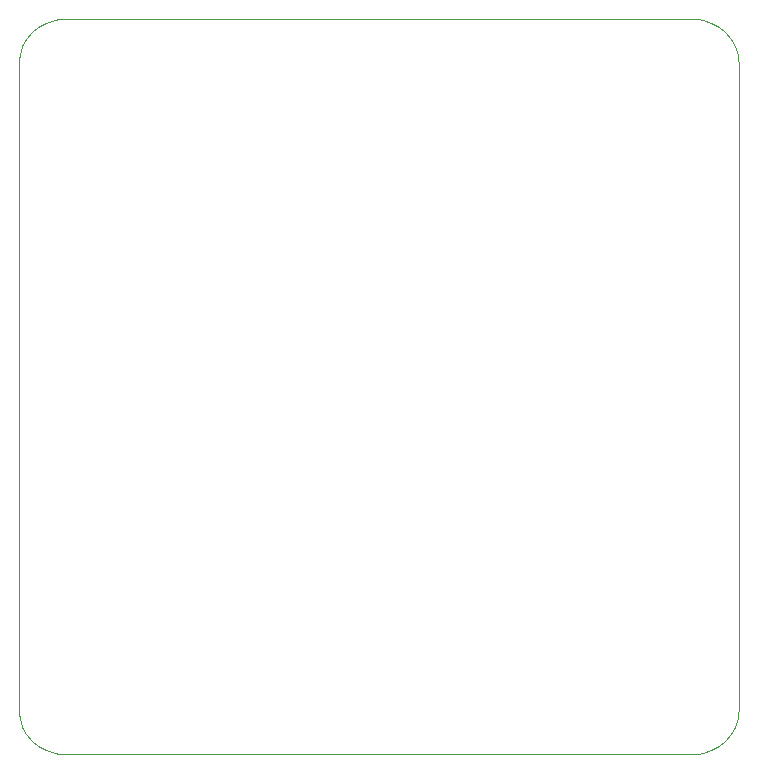
<source format=gbr>
G04 PROTEUS GERBER X2 FILE*
%TF.GenerationSoftware,Labcenter,Proteus,8.16-SP3-Build36097*%
%TF.CreationDate,2025-03-15T21:07:40+00:00*%
%TF.FileFunction,NonPlated,1,2,NPTH*%
%TF.FilePolarity,Positive*%
%TF.Part,Single*%
%TF.SameCoordinates,{0eda3102-f78e-4ef4-8f68-bee456db5da4}*%
%FSLAX45Y45*%
%MOMM*%
G01*
%TA.AperFunction,Profile*%
%ADD21C,0.101600*%
%TD.AperFunction*%
D21*
X+43000Y-5865000D02*
X+43000Y-404000D01*
X+424000Y-6246000D02*
X+5758000Y-6246000D01*
X+6139000Y-5865000D02*
X+6139000Y-404000D01*
X+424000Y-23000D02*
X+5758000Y-23000D01*
X+43000Y-404000D02*
X+44967Y-365050D01*
X+50742Y-327225D01*
X+72945Y-255711D01*
X+108077Y-190994D01*
X+154604Y-134604D01*
X+210993Y-88077D01*
X+275711Y-52945D01*
X+347224Y-30742D01*
X+385050Y-24967D01*
X+424000Y-23000D01*
X+5758000Y-23000D02*
X+5796950Y-24967D01*
X+5834776Y-30742D01*
X+5906289Y-52945D01*
X+5971007Y-88077D01*
X+6027396Y-134604D01*
X+6073923Y-190994D01*
X+6109055Y-255711D01*
X+6131258Y-327225D01*
X+6137033Y-365050D01*
X+6139000Y-404000D01*
X+5758000Y-6246000D02*
X+5796950Y-6244033D01*
X+5834776Y-6238258D01*
X+5906289Y-6216055D01*
X+5971007Y-6180923D01*
X+6027396Y-6134396D01*
X+6073923Y-6078006D01*
X+6109055Y-6013289D01*
X+6131258Y-5941775D01*
X+6137033Y-5903950D01*
X+6139000Y-5865000D01*
X+43000Y-5865000D02*
X+44967Y-5903950D01*
X+50742Y-5941775D01*
X+72945Y-6013289D01*
X+108077Y-6078006D01*
X+154604Y-6134396D01*
X+210993Y-6180923D01*
X+275711Y-6216055D01*
X+347224Y-6238258D01*
X+385050Y-6244033D01*
X+424000Y-6246000D01*
M02*

</source>
